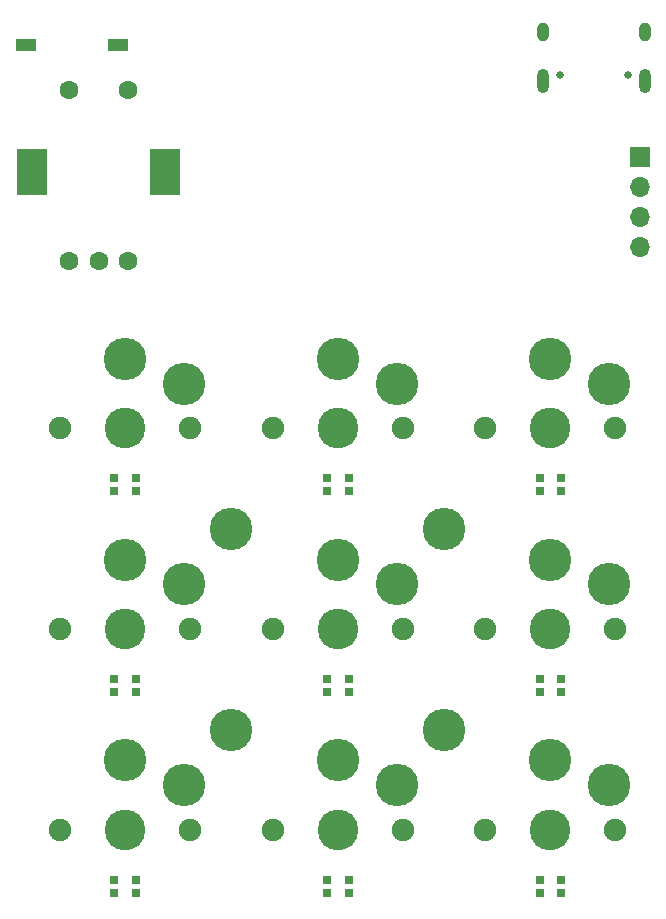
<source format=gbr>
%TF.GenerationSoftware,KiCad,Pcbnew,8.0.3*%
%TF.CreationDate,2024-08-18T23:13:00-04:00*%
%TF.ProjectId,MACROPAD,4d414352-4f50-4414-942e-6b696361645f,rev?*%
%TF.SameCoordinates,Original*%
%TF.FileFunction,Soldermask,Top*%
%TF.FilePolarity,Negative*%
%FSLAX46Y46*%
G04 Gerber Fmt 4.6, Leading zero omitted, Abs format (unit mm)*
G04 Created by KiCad (PCBNEW 8.0.3) date 2024-08-18 23:13:00*
%MOMM*%
%LPD*%
G01*
G04 APERTURE LIST*
%ADD10C,3.600000*%
%ADD11R,0.700000X0.700000*%
%ADD12C,1.900000*%
%ADD13C,3.450000*%
%ADD14R,1.750000X1.000000*%
%ADD15R,2.500000X4.000000*%
%ADD16C,1.600000*%
%ADD17C,0.650000*%
%ADD18O,1.000000X2.100000*%
%ADD19O,1.000000X1.600000*%
%ADD20O,1.700000X1.700000*%
%ADD21R,1.700000X1.700000*%
G04 APERTURE END LIST*
D10*
%TO.C,H4*%
X151150000Y-109200000D03*
%TD*%
%TO.C,H3*%
X133150000Y-109200000D03*
%TD*%
%TO.C,H2*%
X151150000Y-92200000D03*
%TD*%
%TO.C,H1*%
X133150000Y-92200000D03*
%TD*%
D11*
%TO.C,D18*%
X161065000Y-123031250D03*
X161065000Y-121931250D03*
X159235000Y-121931250D03*
X159235000Y-123031250D03*
%TD*%
%TO.C,D17*%
X143065000Y-123031250D03*
X143065000Y-121931250D03*
X141235000Y-121931250D03*
X141235000Y-123031250D03*
%TD*%
%TO.C,D16*%
X125065000Y-123031250D03*
X125065000Y-121931250D03*
X123235000Y-121931250D03*
X123235000Y-123031250D03*
%TD*%
%TO.C,D15*%
X161065000Y-106031250D03*
X161065000Y-104931250D03*
X159235000Y-104931250D03*
X159235000Y-106031250D03*
%TD*%
%TO.C,D14*%
X143065000Y-106031250D03*
X143065000Y-104931250D03*
X141235000Y-104931250D03*
X141235000Y-106031250D03*
%TD*%
%TO.C,D13*%
X125065000Y-106031250D03*
X125065000Y-104931250D03*
X123235000Y-104931250D03*
X123235000Y-106031250D03*
%TD*%
%TO.C,D12*%
X161065000Y-89031250D03*
X161065000Y-87931250D03*
X159235000Y-87931250D03*
X159235000Y-89031250D03*
%TD*%
%TO.C,D11*%
X143065000Y-89031250D03*
X143065000Y-87931250D03*
X141235000Y-87931250D03*
X141235000Y-89031250D03*
%TD*%
%TO.C,D10*%
X125065000Y-89031250D03*
X125065000Y-87931250D03*
X123235000Y-87931250D03*
X123235000Y-89031250D03*
%TD*%
D10*
%TO.C,S1*%
X129150000Y-79900000D03*
X124150000Y-77800000D03*
D12*
X129650000Y-83700000D03*
D13*
X124150000Y-83700000D03*
D12*
X118650000Y-83700000D03*
%TD*%
D10*
%TO.C,S3*%
X165150000Y-79900000D03*
X160150000Y-77800000D03*
D12*
X165650000Y-83700000D03*
D13*
X160150000Y-83700000D03*
D12*
X154650000Y-83700000D03*
%TD*%
D10*
%TO.C,S2*%
X147150000Y-79900000D03*
X142150000Y-77800000D03*
D12*
X147650000Y-83700000D03*
D13*
X142150000Y-83700000D03*
D12*
X136650000Y-83700000D03*
%TD*%
D10*
%TO.C,S8*%
X147150000Y-113900000D03*
X142150000Y-111800000D03*
D12*
X147650000Y-117700000D03*
D13*
X142150000Y-117700000D03*
D12*
X136650000Y-117700000D03*
%TD*%
D10*
%TO.C,S9*%
X165150000Y-113900000D03*
X160150000Y-111800000D03*
D12*
X165650000Y-117700000D03*
D13*
X160150000Y-117700000D03*
D12*
X154650000Y-117700000D03*
%TD*%
D10*
%TO.C,S5*%
X147150000Y-96900000D03*
X142150000Y-94800000D03*
D12*
X147650000Y-100700000D03*
D13*
X142150000Y-100700000D03*
D12*
X136650000Y-100700000D03*
%TD*%
D10*
%TO.C,S4*%
X129150000Y-96900000D03*
X124150000Y-94800000D03*
D12*
X129650000Y-100700000D03*
D13*
X124150000Y-100700000D03*
D12*
X118650000Y-100700000D03*
%TD*%
D10*
%TO.C,S6*%
X165150000Y-96900000D03*
X160150000Y-94800000D03*
D12*
X165650000Y-100700000D03*
D13*
X160150000Y-100700000D03*
D12*
X154650000Y-100700000D03*
%TD*%
D10*
%TO.C,S7*%
X129150000Y-113900000D03*
X124150000Y-111800000D03*
D12*
X129650000Y-117700000D03*
D13*
X124150000Y-117700000D03*
D12*
X118650000Y-117700000D03*
%TD*%
D14*
%TO.C,SW1*%
X115775000Y-51200000D03*
X123525000Y-51200000D03*
%TD*%
D15*
%TO.C,SW2*%
X127500000Y-62012500D03*
X116300000Y-62012500D03*
D16*
X124400000Y-55012500D03*
X119400000Y-55012500D03*
X121900000Y-69512500D03*
X124400000Y-69512500D03*
X119400000Y-69512500D03*
%TD*%
D17*
%TO.C,J1*%
X160940000Y-53742500D03*
X166720000Y-53742500D03*
D18*
X159510000Y-54272500D03*
D19*
X159510000Y-50092500D03*
D18*
X168150000Y-54272500D03*
D19*
X168150000Y-50092500D03*
%TD*%
D20*
%TO.C,J2*%
X167747500Y-68332500D03*
X167747500Y-65792500D03*
X167747500Y-63252500D03*
D21*
X167747500Y-60712500D03*
%TD*%
M02*

</source>
